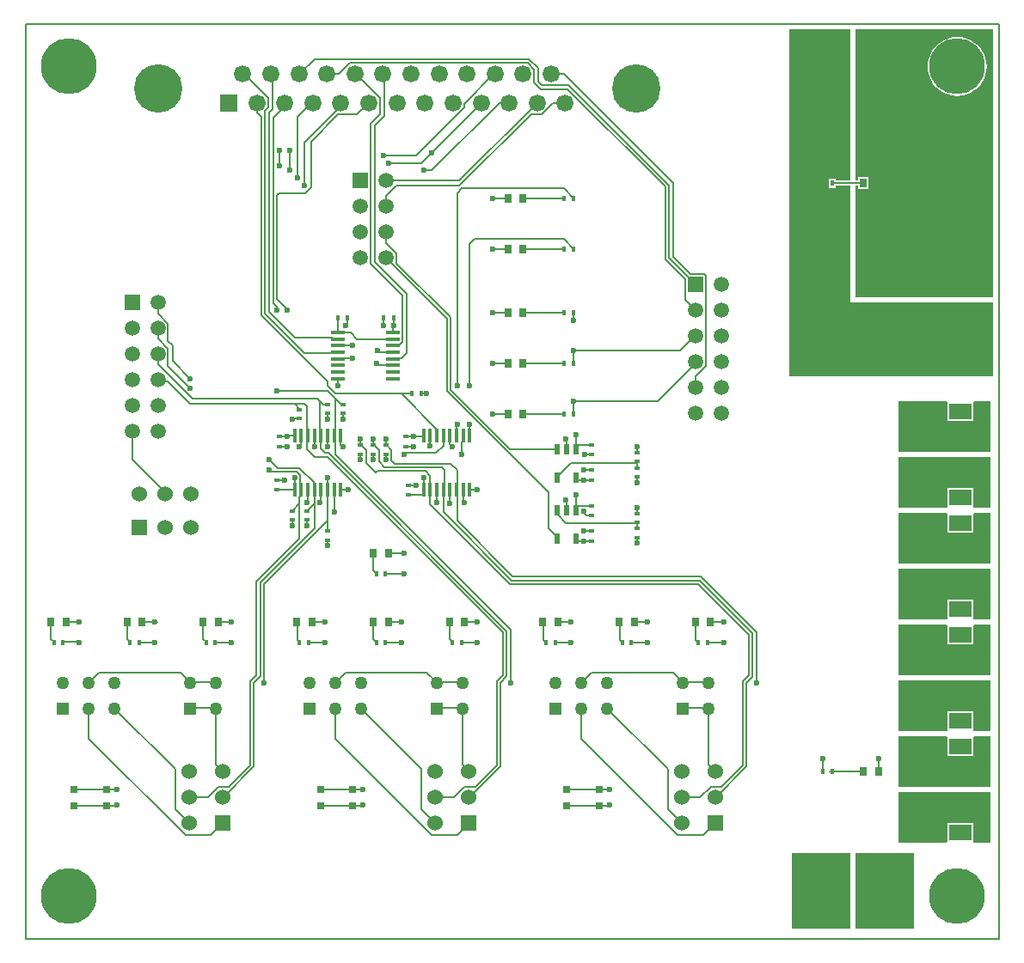
<source format=gtl>
G04*
G04 #@! TF.GenerationSoftware,Altium Limited,Altium Designer,18.1.9 (240)*
G04*
G04 Layer_Physical_Order=1*
G04 Layer_Color=255*
%FSLAX44Y44*%
%MOMM*%
G71*
G01*
G75*
%ADD11C,0.2000*%
%ADD15R,0.4000X0.6000*%
%ADD16R,0.6000X1.1000*%
%ADD17R,0.6000X0.4000*%
%ADD18R,0.6000X0.4500*%
%ADD19R,0.7000X0.7500*%
%ADD20R,0.4500X0.6000*%
%ADD21R,0.7000X0.9000*%
%ADD22R,1.4000X0.3500*%
%ADD23R,0.3500X1.4000*%
%ADD24R,2.2000X1.6000*%
%ADD25R,1.8000X0.7000*%
%ADD45C,1.2700*%
%ADD46R,1.2700X1.2700*%
%ADD47C,5.5000*%
%ADD48R,1.5240X1.5240*%
%ADD49C,1.5240*%
%ADD50C,1.9500*%
%ADD51C,1.5000*%
%ADD52R,1.5000X1.5000*%
%ADD53C,1.6900*%
%ADD54R,1.6900X1.6900*%
%ADD55C,4.7600*%
%ADD56R,1.5240X1.5240*%
%ADD57C,0.6000*%
G36*
X812500Y85000D02*
Y10000D01*
X755000Y10000D01*
Y85000D01*
X812500Y85000D01*
D02*
G37*
G36*
X875000Y85000D02*
Y10000D01*
X817500Y10000D01*
Y85000D01*
X875000Y85000D01*
D02*
G37*
G36*
X950000Y145000D02*
X950000Y94952D01*
X934415D01*
X933466Y95726D01*
X933466Y96222D01*
Y114774D01*
X908418D01*
Y96222D01*
X907469Y94952D01*
X860000Y94952D01*
X860000Y145000D01*
X950000Y145000D01*
D02*
G37*
G36*
X907449Y200000D02*
X908418Y199274D01*
X908418Y198730D01*
Y180226D01*
X933466D01*
Y198730D01*
X934435Y200000D01*
X950000Y200000D01*
X950000Y149952D01*
X860000Y149952D01*
X860000Y200000D01*
X907449Y200000D01*
D02*
G37*
G36*
X950000Y255000D02*
X950000Y204952D01*
X934415D01*
X933466Y205726D01*
X933466Y206222D01*
Y224774D01*
X908418D01*
Y206222D01*
X907469Y204952D01*
X860000Y204952D01*
X860000Y255000D01*
X950000Y255000D01*
D02*
G37*
G36*
X907449Y310000D02*
X908418Y309274D01*
X908418Y308730D01*
Y290226D01*
X933466D01*
Y308730D01*
X934435Y310000D01*
X950000Y310000D01*
X950000Y259952D01*
X860000Y259952D01*
X860000Y310000D01*
X907449Y310000D01*
D02*
G37*
G36*
X950000Y365000D02*
X950000Y314952D01*
X934415D01*
X933466Y315726D01*
X933466Y316222D01*
Y334774D01*
X908418D01*
Y316222D01*
X907469Y314952D01*
X860000Y314952D01*
X860000Y365000D01*
X950000Y365000D01*
D02*
G37*
G36*
X907449Y420000D02*
X908418Y419274D01*
X908418Y418730D01*
Y400226D01*
X933466D01*
Y418730D01*
X934435Y420000D01*
X950000Y420000D01*
X950000Y369952D01*
X860000Y369952D01*
X860000Y420000D01*
X907449Y420000D01*
D02*
G37*
G36*
X950000Y475000D02*
X950000Y424952D01*
X934415D01*
X933466Y425726D01*
X933466Y426222D01*
Y444774D01*
X908418D01*
Y426222D01*
X907469Y424952D01*
X860000Y424952D01*
X860000Y475000D01*
X950000Y475000D01*
D02*
G37*
G36*
X812500Y896602D02*
X812500Y747573D01*
X798024D01*
Y749524D01*
X790976D01*
Y740476D01*
X798024D01*
Y742427D01*
X812500D01*
X812500Y627500D01*
X952500Y627500D01*
X952500Y555000D01*
X752500Y555000D01*
X752500Y896602D01*
X812500D01*
D02*
G37*
G36*
X952500D02*
X952500Y632500D01*
X817500Y632500D01*
Y742427D01*
X819976D01*
Y738976D01*
X830024D01*
Y751024D01*
X819976D01*
Y747573D01*
X817500D01*
X817500Y896602D01*
X952500D01*
D02*
G37*
G36*
X907449Y530000D02*
X908418Y529274D01*
X908418Y528730D01*
Y510226D01*
X933466D01*
Y528730D01*
X934435Y530000D01*
X950000Y530000D01*
X950000Y479952D01*
X860000Y479952D01*
X860000Y530000D01*
X907449Y530000D01*
D02*
G37*
%LPC*%
G36*
X917500Y889114D02*
X912946Y888755D01*
X908503Y887689D01*
X904283Y885940D01*
X900387Y883553D01*
X896914Y880586D01*
X893947Y877113D01*
X891560Y873217D01*
X889811Y868997D01*
X888745Y864554D01*
X888386Y860000D01*
X888745Y855446D01*
X889811Y851003D01*
X891560Y846783D01*
X893947Y842887D01*
X896914Y839414D01*
X900387Y836447D01*
X904283Y834060D01*
X908503Y832311D01*
X912946Y831245D01*
X917500Y830886D01*
X922054Y831245D01*
X926497Y832311D01*
X930717Y834060D01*
X934613Y836447D01*
X938086Y839414D01*
X941053Y842887D01*
X943440Y846783D01*
X945189Y851003D01*
X946255Y855446D01*
X946614Y860000D01*
X946255Y864554D01*
X945189Y868997D01*
X943440Y873217D01*
X941053Y877113D01*
X938086Y880586D01*
X934613Y883553D01*
X930717Y885940D01*
X926497Y887689D01*
X922054Y888755D01*
X917500Y889114D01*
D02*
G37*
%LPD*%
D11*
X530000Y740000D02*
X540000Y730000D01*
X430000Y740000D02*
X530000D01*
X530000Y690000D02*
X540000Y680000D01*
X442500Y690000D02*
X530000D01*
X540000Y517500D02*
Y530000D01*
Y567500D02*
Y580000D01*
X490000Y567500D02*
X530000D01*
X540000Y530000D02*
X622500D01*
X540000Y580000D02*
X645000D01*
X660000Y595000D01*
X672500Y292500D02*
X687500D01*
X687500Y312500D02*
X687500Y312500D01*
X674600Y312500D02*
X687500D01*
X599600Y312500D02*
X612500D01*
X532500Y130000D02*
X533500Y131000D01*
X247500Y452000D02*
X257000D01*
X357500Y312300D02*
X357700Y312500D01*
X282000Y312300D02*
X282200Y312500D01*
X290000Y130000D02*
X291000Y131000D01*
X190000Y312700D02*
X190200Y312500D01*
X115000Y312700D02*
X115200Y312500D01*
X40000Y312700D02*
X40200Y312500D01*
X47500Y130000D02*
X48500Y131000D01*
X599600Y312500D02*
X599600Y312500D01*
X597500Y292500D02*
X612500D01*
X524600Y312500D02*
X537500D01*
X522500Y292500D02*
X537500D01*
X430000D02*
X445000D01*
X445000Y312500D02*
X445000Y312500D01*
X432500Y312500D02*
X445000D01*
X355000Y292500D02*
X370000D01*
Y312500D02*
X372100D01*
X357700D02*
X370000D01*
X280000Y292500D02*
X295000D01*
Y312500D02*
X297100D01*
X282200D02*
X295000D01*
X202500D02*
X204600D01*
X190200D02*
X202500D01*
X187500Y292500D02*
X202500D01*
X127500Y312500D02*
X129600D01*
X115200D02*
X127500D01*
X112500Y292500D02*
X127500D01*
X52500Y312500D02*
X54600D01*
X40200D02*
X52500D01*
X539500Y610500D02*
X540000Y610000D01*
X539500Y610500D02*
Y617500D01*
X545000Y252500D02*
X545400Y252900D01*
X547500Y227100D02*
Y227500D01*
X572500D02*
X572900Y227100D01*
X647500Y225200D02*
X647700Y225000D01*
X645766Y228466D02*
X646600D01*
X645000Y227700D02*
X645766Y228466D01*
X647500Y227500D02*
X672700D01*
X637700Y262500D02*
X647300Y252900D01*
X557500Y262500D02*
X637700D01*
X647900Y252900D02*
X672700D01*
X547500Y252500D02*
X557500Y262500D01*
X647500Y252500D02*
X647900Y252900D01*
X706476Y253960D02*
X712500Y259984D01*
X706476Y171476D02*
Y253960D01*
X685344Y150344D02*
X706476Y171476D01*
X674808Y150344D02*
X685344D01*
X664464Y140000D02*
X674808Y150344D01*
X645000Y140000D02*
X664464D01*
X632500Y128290D02*
X645990Y114800D01*
X632500Y128290D02*
Y167500D01*
X572900Y227100D02*
X632500Y167500D01*
X672700Y172300D02*
Y227500D01*
Y172300D02*
X680000Y165000D01*
X710000Y252500D02*
X716476Y258976D01*
X680000Y140000D02*
X710000Y170000D01*
Y252500D01*
X547500Y197500D02*
Y227100D01*
X667500Y102500D02*
X680000Y115000D01*
X642500Y102500D02*
X667500D01*
X547500Y197500D02*
X642500Y102500D01*
X532500Y147500D02*
X533000D01*
X565000D01*
X575000D01*
X573500Y131000D02*
X575000Y132500D01*
X565000Y131000D02*
X573500D01*
X533500D02*
X565000D01*
X302500Y252500D02*
X302900Y252900D01*
X305000Y227100D02*
Y227500D01*
X330000D02*
X330400Y227100D01*
X405000Y225200D02*
X405200Y225000D01*
X403266Y228466D02*
X404100D01*
X402500Y227700D02*
X403266Y228466D01*
X405000Y227500D02*
X430200D01*
X395200Y262500D02*
X404800Y252900D01*
X315000Y262500D02*
X395200D01*
X405400Y252900D02*
X430200D01*
X305000Y252500D02*
X315000Y262500D01*
X405000Y252500D02*
X405400Y252900D01*
X463976Y253960D02*
X470000Y259984D01*
X463976Y171476D02*
Y253960D01*
X442844Y150344D02*
X463976Y171476D01*
X432308Y150344D02*
X442844D01*
X421964Y140000D02*
X432308Y150344D01*
X402500Y140000D02*
X421964D01*
X390000Y128290D02*
X403490Y114800D01*
X390000Y128290D02*
Y167500D01*
X330400Y227100D02*
X390000Y167500D01*
X430200Y172300D02*
Y227500D01*
Y172300D02*
X437500Y165000D01*
X467500Y252500D02*
X473976Y258976D01*
X437500Y140000D02*
X467500Y170000D01*
Y252500D01*
X305000Y197500D02*
Y227100D01*
X425000Y102500D02*
X437500Y115000D01*
X400000Y102500D02*
X425000D01*
X305000Y197500D02*
X400000Y102500D01*
X290000Y147500D02*
X290500D01*
X322500D01*
X332500D01*
X331000Y131000D02*
X332500Y132500D01*
X322500Y131000D02*
X331000D01*
X291000D02*
X322500D01*
X361500Y598000D02*
Y605000D01*
X362500D02*
Y612500D01*
X330000Y487500D02*
X335524Y481976D01*
X250000Y762500D02*
Y777500D01*
X244206Y626478D02*
Y809206D01*
X240142Y618105D02*
Y814778D01*
X236078Y616422D02*
Y816462D01*
X232554Y614962D02*
Y809946D01*
X244206Y626478D02*
X247500Y623184D01*
X240142Y618105D02*
X265747Y592500D01*
X236078Y616422D02*
X274858Y577642D01*
X232554Y614962D02*
X297500Y550016D01*
X370000Y537500D02*
X380000D01*
X285000Y867500D02*
X495613D01*
X270000Y852500D02*
X285000Y867500D01*
X62500Y252500D02*
X72500Y262500D01*
X162500Y252500D02*
X162900Y252900D01*
X72500Y262500D02*
X152700D01*
X162300Y252900D01*
X182500Y102500D02*
X195000Y115000D01*
X157500Y102500D02*
X182500D01*
X437500Y545000D02*
Y685000D01*
X424500Y507000D02*
X425000Y507500D01*
X424500Y496500D02*
Y507000D01*
X425000Y735000D02*
X430000Y740000D01*
X425000Y545000D02*
Y735000D01*
X421024Y538976D02*
X477000Y483000D01*
X421024Y538976D02*
Y538976D01*
X418524Y541476D02*
X421024Y538976D01*
X415000Y540000D02*
X515000Y440000D01*
X418524Y541476D02*
Y613160D01*
X415000Y540000D02*
Y611700D01*
X365694Y665990D02*
X418524Y613160D01*
X355400Y671300D02*
X415000Y611700D01*
X477000Y483000D02*
X523500D01*
X437500Y685000D02*
X442500Y690000D01*
X437500Y496500D02*
Y507500D01*
X430000Y477500D02*
Y490000D01*
X417500Y487500D02*
Y492500D01*
Y487500D02*
X420000Y485000D01*
X544500Y427000D02*
X557500D01*
X542500Y487500D02*
Y497500D01*
X411500Y486500D02*
Y496500D01*
X404476Y479476D02*
X411500Y486500D01*
X542500Y425000D02*
Y437500D01*
X602500Y405000D02*
Y410000D01*
X532500D02*
X602500D01*
X523500Y419000D02*
X532500Y410000D01*
X523500Y419000D02*
Y422500D01*
X550000Y420000D02*
X552500Y417500D01*
X557500D01*
X550500Y478000D02*
X557500D01*
X536976Y469476D02*
X601476D01*
X602500Y470500D01*
X542500Y487500D02*
X543000Y487000D01*
X557500D01*
X542500Y425000D02*
X544500Y427000D01*
X550000Y402500D02*
X550000Y402500D01*
X525000Y457500D02*
X536976Y469476D01*
X602500Y465000D02*
Y470500D01*
Y390000D02*
Y395500D01*
Y419500D02*
Y425000D01*
Y450000D02*
Y455500D01*
Y479500D02*
Y485000D01*
X532500Y432500D02*
X533000Y432000D01*
Y422500D02*
Y432000D01*
X532500Y492500D02*
X533000Y492000D01*
Y483000D02*
Y492000D01*
X550000Y462500D02*
X557500D01*
X550000Y402500D02*
X557500D01*
X542500Y392500D02*
X550000D01*
X550000Y392500D01*
X557500D01*
X542500Y452500D02*
X550000D01*
X557500D01*
X515000Y405000D02*
X522500Y397500D01*
X515000Y405000D02*
Y440000D01*
X460000Y517500D02*
X460000Y517500D01*
X425000Y412484D02*
Y437500D01*
X355000Y487500D02*
X360524Y481976D01*
X425000Y412484D02*
X479984Y357500D01*
X664984D01*
X719984Y302500D01*
X399595Y775000D02*
X448695Y824100D01*
X342500Y487500D02*
X348024Y481976D01*
X663976Y353524D02*
X716024Y301476D01*
X478976Y353524D02*
X663976D01*
X411500Y421000D02*
X478976Y353524D01*
X477188Y350000D02*
X662500D01*
X398500Y428688D02*
X477188Y350000D01*
X398500Y428688D02*
Y442500D01*
X411500Y421000D02*
Y442500D01*
X418000Y429500D02*
Y442500D01*
X405000Y430000D02*
X405000Y430000D01*
X662500Y350000D02*
X712500Y300000D01*
X297500Y387500D02*
Y393000D01*
Y545000D02*
Y550016D01*
Y545000D02*
X305000Y537500D01*
X370000D01*
X330000Y487500D02*
Y492500D01*
Y487000D02*
Y487500D01*
X418976Y468524D02*
X425000Y462500D01*
X363976Y468524D02*
X418976D01*
X360524Y471976D02*
X363976Y468524D01*
X346476Y461476D02*
X393834D01*
X398500Y456810D01*
Y442500D02*
Y456810D01*
X392000Y454500D02*
X392499Y454999D01*
X392000Y442500D02*
Y454500D01*
X353524Y465000D02*
X410000D01*
X412500Y462500D01*
X384500Y447000D02*
X385000Y447500D01*
X377500Y447000D02*
X384500D01*
X377500Y438000D02*
X392000D01*
X392500Y437500D01*
X345000Y460000D02*
X346476Y461476D01*
X348024Y470500D02*
X353524Y465000D01*
X348024Y470500D02*
Y481976D01*
X360524Y471976D02*
Y481976D01*
X373225Y478225D02*
X373951Y477499D01*
X373225Y478225D02*
X374476Y479476D01*
X372500Y477500D02*
X373225Y478225D01*
X374476Y479476D02*
X404476D01*
X398500Y486000D02*
Y496500D01*
X412500Y447500D02*
Y462500D01*
X425000Y447500D02*
Y462500D01*
X389500Y537500D02*
X395000D01*
X370000D02*
X405000Y502500D01*
X365694Y665990D02*
Y675564D01*
X335524Y469476D02*
X345000Y460000D01*
X335524Y469476D02*
Y481976D01*
X342500Y472500D02*
Y477500D01*
X719984Y302500D02*
X720000D01*
Y252500D02*
Y302500D01*
X712500Y260000D02*
Y300000D01*
X355000Y487500D02*
Y492500D01*
Y472500D02*
Y478000D01*
X342500Y487500D02*
Y492500D01*
X330000Y472500D02*
Y477500D01*
X399595Y775000D02*
X400000D01*
X399595D02*
X399595D01*
X392500Y757500D02*
X400000D01*
X357500Y765000D02*
X389595D01*
X399595Y775000D01*
X405000Y430000D02*
Y442500D01*
X431000Y431500D02*
X432500Y430000D01*
X431000Y431500D02*
Y442500D01*
X432000Y430000D02*
X432500D01*
X265000Y527500D02*
X275000D01*
X162500D02*
X265000D01*
X270000Y522500D01*
X262500Y512500D02*
X263000Y513000D01*
X270000D01*
X164688Y532500D02*
X287500D01*
X130440Y566748D02*
X164688Y532500D01*
X267500Y810000D02*
X282500Y825000D01*
X277500Y502500D02*
Y525000D01*
X275000Y527500D02*
X277500Y525000D01*
X290000Y530000D02*
X293000Y527000D01*
X297500D01*
X290000Y502500D02*
Y530000D01*
X287500Y532500D02*
X290000Y530000D01*
X310000Y527500D02*
X312500D01*
X305000Y532500D02*
X310000Y527500D01*
X312500Y512500D02*
Y518000D01*
X297500Y512500D02*
Y518000D01*
X305000Y502500D02*
Y532500D01*
X297500Y540000D02*
X305000Y532500D01*
X247500Y540000D02*
X297500D01*
Y402500D02*
Y412500D01*
X262500Y407500D02*
Y413000D01*
X270000Y429500D02*
Y435000D01*
Y395000D02*
Y429500D01*
X262500Y422000D02*
X270000Y429500D01*
Y435000D02*
X272500Y437500D01*
X277500Y430000D02*
X278000Y430500D01*
X227500Y352500D02*
X270000Y395000D01*
X239475Y460524D02*
X267288D01*
X160000Y140000D02*
X179464D01*
X284476Y436976D02*
Y442476D01*
Y428976D02*
Y436976D01*
Y404476D02*
Y428976D01*
Y436976D02*
X285000Y437500D01*
X231476Y351476D02*
X284476Y404476D01*
X231476Y258976D02*
Y351476D01*
X225000Y252500D02*
X231476Y258976D01*
X297500Y412500D02*
Y437500D01*
X235000Y350000D02*
X297500Y412500D01*
X277500Y407500D02*
Y413000D01*
Y422000D02*
X284476Y428976D01*
X80000Y147500D02*
X90000D01*
X88500Y131000D02*
X90000Y132500D01*
X80000Y131000D02*
X88500D01*
X62500Y227100D02*
Y227500D01*
Y197500D02*
Y227100D01*
Y197500D02*
X157500Y102500D01*
X147500Y128290D02*
Y167500D01*
Y128290D02*
X160990Y114800D01*
X87900Y227100D02*
X147500Y167500D01*
X87500Y227500D02*
X87900Y227100D01*
X622500Y530000D02*
X660000Y567500D01*
X145000Y570000D02*
X162500Y552500D01*
X145000Y570000D02*
Y585000D01*
X140464Y564536D02*
X162500Y542500D01*
X140464Y564536D02*
Y582036D01*
X130440Y566748D02*
Y577100D01*
X382500Y495000D02*
X392500D01*
X375000D02*
X382500D01*
X382500Y485000D02*
X382500Y485000D01*
X375000Y485000D02*
X382500D01*
X307500Y545000D02*
Y552500D01*
X315000Y605000D02*
X317000Y607000D01*
Y612500D01*
X307500Y597500D02*
X308000Y598000D01*
Y612500D01*
X291000Y483688D02*
X295212Y479476D01*
X291000Y483688D02*
Y496500D01*
X297500Y447500D02*
Y455000D01*
X140464Y589536D02*
X145000Y585000D01*
X140464Y589536D02*
Y606652D01*
X130440Y616676D02*
X140464Y606652D01*
X130440Y616676D02*
Y622900D01*
X140000Y550000D02*
X162500Y527500D01*
X130000Y550000D02*
X140000D01*
X130440Y592060D02*
X140464Y582036D01*
X130440Y592060D02*
Y597500D01*
X105000Y472500D02*
Y500000D01*
Y472500D02*
X137500Y440000D01*
X265747Y592500D02*
X302500D01*
X460000Y617500D02*
X475000D01*
X460000Y680000D02*
X475000D01*
X460000Y730000D02*
X475000D01*
X460000Y567500D02*
X475000D01*
X352500Y605000D02*
Y612500D01*
X490000Y617500D02*
X530000D01*
X490000Y617500D02*
X490000Y617500D01*
X312500Y597500D02*
X320000D01*
X326000Y591500D01*
X361500D01*
X530000Y852500D02*
X637500Y745000D01*
Y672500D02*
Y745000D01*
X633524Y671476D02*
X660000Y645000D01*
X633524Y671476D02*
Y743002D01*
X535000Y841526D02*
X633524Y743002D01*
X534042Y837500D02*
X630000Y741542D01*
Y670000D02*
Y741542D01*
X507500Y837500D02*
X534042D01*
X637500Y672500D02*
X654976Y655024D01*
X668546D01*
X670024Y653546D01*
Y636455D02*
Y653546D01*
X670000Y636431D02*
X670024Y636455D01*
X670000Y623800D02*
Y636431D01*
Y623800D02*
X670024Y623776D01*
Y590048D02*
Y623776D01*
X670000Y590024D02*
X670024Y590048D01*
X670000Y574012D02*
Y590024D01*
Y574012D02*
X670024Y573988D01*
Y564648D02*
Y573988D01*
X660000Y554624D02*
X670024Y564648D01*
X660000Y543400D02*
Y554624D01*
X517720Y852500D02*
X530000D01*
X367500Y572500D02*
X370000D01*
X375358Y577858D01*
Y635977D01*
X367500Y585000D02*
X371024Y588524D01*
Y634564D01*
X340294Y665294D02*
X371024Y634564D01*
X445000Y442500D02*
X445000Y442500D01*
X437500Y442500D02*
X445000D01*
X310500Y442500D02*
X317500D01*
X431000Y429000D02*
X432000Y430000D01*
X227815Y814685D02*
X232554Y809946D01*
X227815Y814685D02*
Y824100D01*
X239059Y819443D02*
Y828757D01*
X243123Y817759D02*
Y850997D01*
X236078Y816462D02*
X239059Y819443D01*
X215316Y852500D02*
X239059Y828757D01*
X240142Y814778D02*
X243123Y817759D01*
X241620Y852500D02*
X243123Y850997D01*
X716024Y258524D02*
Y301476D01*
X304000Y421000D02*
Y442500D01*
X290000Y430000D02*
X291000Y431000D01*
Y442500D01*
X284476Y442476D02*
X284500Y442500D01*
X257500Y619999D02*
Y620997D01*
X248000Y630496D02*
X257500Y620997D01*
X345500Y565500D02*
X361500D01*
X347000Y580000D02*
X348500Y578500D01*
X271500Y484000D02*
Y496500D01*
X247500Y442500D02*
X265000D01*
X255000Y452499D02*
X256501D01*
X257000Y452000D01*
X352500Y772500D02*
X385000D01*
X432059Y823365D02*
X461194Y852500D01*
X385000Y772500D02*
X388806Y776306D01*
X388811D01*
X432059Y819554D01*
Y823365D01*
X649976Y630024D02*
X660000Y620000D01*
X649976Y630024D02*
Y650024D01*
X630000Y670000D02*
X649976Y650024D01*
X260000Y757500D02*
X260001D01*
X260000D02*
Y777500D01*
X267500Y750000D02*
Y810000D01*
X275000Y742500D02*
Y785000D01*
X281433Y741121D02*
Y786067D01*
X275312Y735000D02*
X281433Y741121D01*
X250000Y735000D02*
X275312D01*
X495613Y867500D02*
X504608Y858505D01*
X501084Y843916D02*
Y857046D01*
X504608Y845392D02*
Y858505D01*
Y845392D02*
X508474Y841526D01*
X535000D01*
X501084Y843916D02*
X507500Y837500D01*
X494656Y863474D02*
X501084Y857046D01*
X319904Y863474D02*
X494656D01*
X461194Y852500D02*
X462500D01*
X308930D02*
X319904Y863474D01*
X296840Y852500D02*
X308930D01*
X519435Y824100D02*
X531525D01*
X355000Y722500D02*
Y732500D01*
X365000Y742500D01*
X427500D01*
X498126Y813126D01*
X508461D01*
X519435Y824100D01*
X48500Y131000D02*
X80000D01*
X48000Y147500D02*
X80000D01*
X47500D02*
X48000D01*
X470452Y260452D02*
Y302048D01*
X467500Y305000D02*
X470452Y302048D01*
X467500Y305000D02*
Y305033D01*
X298040Y479476D02*
X473976Y303540D01*
Y258976D02*
Y303540D01*
X477500Y252500D02*
Y305000D01*
X305000Y477500D02*
X477500Y305000D01*
X660000Y295100D02*
Y312500D01*
Y295100D02*
X662600Y292500D01*
X585000Y295100D02*
Y312500D01*
Y295100D02*
X587600Y292500D01*
X524600Y312500D02*
X524600Y312500D01*
X510000Y295100D02*
Y312500D01*
Y295100D02*
X512600Y292500D01*
X342500Y363000D02*
Y380000D01*
Y363000D02*
X345500Y360000D01*
X355000D02*
X372500D01*
X372500Y380000D02*
X372500Y380000D01*
X357500Y380000D02*
X372500D01*
X417500Y295500D02*
Y312500D01*
Y295500D02*
X420500Y292500D01*
X342500Y295300D02*
Y312500D01*
Y295300D02*
X345500Y292300D01*
X267500Y294800D02*
Y312500D01*
Y294800D02*
X270000Y292300D01*
X37500Y292700D02*
X52500D01*
X187700Y172300D02*
X195000Y165000D01*
X187700Y172300D02*
Y227500D01*
X162500D02*
X187700D01*
X179464Y140000D02*
X189808Y150344D01*
X200344D01*
X221476Y171476D01*
Y253960D01*
X227500Y259984D01*
Y352500D01*
X195000Y140000D02*
X225000Y170000D01*
Y252500D01*
X235000D02*
Y350000D01*
X60000Y252500D02*
X60400Y252900D01*
X162900D02*
X187700D01*
X240000Y461049D02*
Y462500D01*
X239475Y460524D02*
X240000Y461049D01*
X270000Y485000D02*
X270500D01*
X271500Y484000D01*
X277500Y482500D02*
X285000Y475000D01*
X277500Y482500D02*
Y492500D01*
X285000Y475000D02*
X297533D01*
X284500Y485500D02*
Y496500D01*
Y485500D02*
X285000Y485000D01*
X297533Y475000D02*
X467500Y305033D01*
X297500Y485000D02*
X297500Y485000D01*
X305000Y477500D02*
Y492500D01*
X295212Y479476D02*
X298040D01*
X400000Y757500D02*
X466600Y824100D01*
X310500Y487000D02*
X312500Y485000D01*
X310500Y487000D02*
Y496500D01*
X297500Y485000D02*
Y496500D01*
X257500Y485000D02*
X257500Y485000D01*
X250000Y485000D02*
X257500D01*
X259000Y496500D02*
X265000D01*
X257500Y495000D02*
X259000Y496500D01*
X252500Y495000D02*
X257500D01*
X248451Y464048D02*
X269917D01*
X284500Y449465D01*
Y442500D02*
Y449465D01*
X240000Y472499D02*
X248451Y464048D01*
X267288Y460524D02*
X270524Y457288D01*
Y443476D02*
Y457288D01*
X247500Y620000D02*
Y623184D01*
X248000Y630496D02*
Y733000D01*
X250000Y735000D01*
X281433Y786067D02*
X307866Y812500D01*
X326655D01*
X338255Y824100D01*
X275000Y785000D02*
X310645Y820645D01*
X244206Y809206D02*
X255425Y820425D01*
X785000Y165500D02*
Y177500D01*
X840000Y165000D02*
Y177500D01*
X162500Y225200D02*
X162700Y225000D01*
X490000Y680000D02*
X530000D01*
X355400Y685858D02*
X365694Y675564D01*
X355400Y685858D02*
Y696700D01*
X785000Y165500D02*
X785500Y165000D01*
X840000Y165000D02*
Y165000D01*
X840000Y165000D02*
X840000Y165000D01*
X265000Y442500D02*
Y455000D01*
X278000Y430500D02*
Y442500D01*
X175000Y295700D02*
Y312700D01*
Y295700D02*
X178000Y292700D01*
X100000Y295700D02*
Y312700D01*
Y295700D02*
X103000Y292700D01*
X25000Y295700D02*
Y312700D01*
Y295700D02*
X28000Y292700D01*
X340294Y665294D02*
Y803651D01*
X344358Y666977D02*
Y801968D01*
X357500Y747500D02*
X427315D01*
X466600Y824100D02*
X476305D01*
X310645Y820645D02*
Y824100D01*
X274858Y577642D02*
X302358D01*
X255425Y820425D02*
Y824100D01*
X349499Y812856D02*
Y828757D01*
X353563Y811173D02*
Y850997D01*
X325756Y852500D02*
X349499Y828757D01*
X324450Y852500D02*
X325756D01*
X340294Y803651D02*
X349499Y812856D01*
X344358Y801968D02*
X353563Y811173D01*
X344358Y666977D02*
X375358Y635977D01*
X427315Y747500D02*
X503915Y824100D01*
X460000Y680000D02*
X460000Y680000D01*
Y517500D02*
X475000D01*
X460000Y567500D02*
X460000Y567500D01*
X460000Y617500D02*
X460000Y617500D01*
X460000Y730000D02*
X460000Y730000D01*
X490000Y517500D02*
X530000D01*
X490000Y730000D02*
X530000D01*
X345500Y565500D02*
Y567000D01*
X348500Y578500D02*
X361500D01*
X352060Y852500D02*
X353563Y850997D01*
X310000Y572500D02*
X322500D01*
X307500Y585000D02*
X322500D01*
X302358Y577642D02*
X302500Y577500D01*
X214010Y852500D02*
X215316D01*
X160766Y228466D02*
X161600D01*
X160000Y227700D02*
X160766Y228466D01*
X795000Y745000D02*
X825000D01*
X792000Y165000D02*
X825000D01*
X0Y0D02*
Y901700D01*
X958850Y901700D01*
Y0D02*
Y901700D01*
X0Y0D02*
X958850D01*
D15*
X389500Y537500D02*
D03*
X380500D02*
D03*
X794500Y165000D02*
D03*
X785500D02*
D03*
X530500Y680000D02*
D03*
X539500D02*
D03*
X345500Y292500D02*
D03*
X354500D02*
D03*
X270000D02*
D03*
X279000D02*
D03*
X512600D02*
D03*
X521600D02*
D03*
X103000D02*
D03*
X112000D02*
D03*
X28000D02*
D03*
X37000D02*
D03*
X587600D02*
D03*
X596600D02*
D03*
X420500D02*
D03*
X429500D02*
D03*
X178000D02*
D03*
X187000D02*
D03*
X662600D02*
D03*
X671600D02*
D03*
X345500Y360000D02*
D03*
X354500D02*
D03*
X530500Y730000D02*
D03*
X539500D02*
D03*
X530500Y567500D02*
D03*
X539500D02*
D03*
X794500Y745000D02*
D03*
X785500D02*
D03*
X308000Y612500D02*
D03*
X317000D02*
D03*
X539500Y517500D02*
D03*
X530500D02*
D03*
X539500Y617500D02*
D03*
X530500D02*
D03*
D16*
X542500Y483000D02*
D03*
X533000D02*
D03*
X523500D02*
D03*
Y455000D02*
D03*
X542500D02*
D03*
Y422500D02*
D03*
X533000D02*
D03*
X523500D02*
D03*
Y394500D02*
D03*
X542500D02*
D03*
D17*
X557500Y417500D02*
D03*
Y426500D02*
D03*
X602500Y479500D02*
D03*
Y470500D02*
D03*
X557500Y478000D02*
D03*
Y487000D02*
D03*
X602500Y464500D02*
D03*
Y455500D02*
D03*
Y419500D02*
D03*
Y410500D02*
D03*
Y404500D02*
D03*
Y395500D02*
D03*
X355000Y487000D02*
D03*
Y478000D02*
D03*
X342500Y487000D02*
D03*
Y478000D02*
D03*
X330000D02*
D03*
Y487000D02*
D03*
X270000Y513000D02*
D03*
Y522000D02*
D03*
X297500Y527000D02*
D03*
Y518000D02*
D03*
X312500Y527000D02*
D03*
Y518000D02*
D03*
X277500Y422000D02*
D03*
Y413000D02*
D03*
X297500Y402000D02*
D03*
Y393000D02*
D03*
X262500Y413000D02*
D03*
Y422000D02*
D03*
X377500Y447000D02*
D03*
Y438000D02*
D03*
X247500Y452000D02*
D03*
Y443000D02*
D03*
D18*
X557500Y462500D02*
D03*
Y452500D02*
D03*
Y402500D02*
D03*
Y392500D02*
D03*
X250000Y495000D02*
D03*
Y485000D02*
D03*
X375000Y495000D02*
D03*
Y485000D02*
D03*
D19*
X533000Y131000D02*
D03*
X565000D02*
D03*
Y147500D02*
D03*
X533000D02*
D03*
X290500Y131000D02*
D03*
X322500D02*
D03*
Y147500D02*
D03*
X290500D02*
D03*
X48000Y131000D02*
D03*
X80000D02*
D03*
Y147500D02*
D03*
X48000D02*
D03*
D20*
X362500Y612500D02*
D03*
X352500D02*
D03*
D21*
X840000Y165000D02*
D03*
X825000D02*
D03*
X490000Y680000D02*
D03*
X475000D02*
D03*
X342500Y312500D02*
D03*
X357500D02*
D03*
X267000Y312500D02*
D03*
X282000Y312500D02*
D03*
X509600D02*
D03*
X524600D02*
D03*
X100000D02*
D03*
X115000D02*
D03*
X25000D02*
D03*
X40000D02*
D03*
X584600D02*
D03*
X599600D02*
D03*
X417500D02*
D03*
X432500D02*
D03*
X175000D02*
D03*
X190000D02*
D03*
X659600Y312500D02*
D03*
X674600Y312500D02*
D03*
X342500Y380000D02*
D03*
X357500D02*
D03*
X490000Y730000D02*
D03*
X475000D02*
D03*
X490000Y567500D02*
D03*
X475000D02*
D03*
X825000Y745000D02*
D03*
X840000D02*
D03*
X475000Y517500D02*
D03*
X490000D02*
D03*
X475000Y617500D02*
D03*
X490000D02*
D03*
D22*
X361500Y552500D02*
D03*
Y559000D02*
D03*
Y565500D02*
D03*
Y572000D02*
D03*
Y578500D02*
D03*
Y585000D02*
D03*
Y591500D02*
D03*
Y598000D02*
D03*
X307500Y552500D02*
D03*
Y559000D02*
D03*
Y565500D02*
D03*
Y572000D02*
D03*
Y578500D02*
D03*
Y585000D02*
D03*
Y591500D02*
D03*
Y598000D02*
D03*
D23*
X392000Y442500D02*
D03*
X398500D02*
D03*
X405000D02*
D03*
X411500D02*
D03*
X418000D02*
D03*
X424500D02*
D03*
X431000D02*
D03*
X437500D02*
D03*
X392000Y496500D02*
D03*
X398500D02*
D03*
X405000D02*
D03*
X411500D02*
D03*
X418000D02*
D03*
X424500D02*
D03*
X431000D02*
D03*
X437500D02*
D03*
X265000Y442500D02*
D03*
X271500D02*
D03*
X278000D02*
D03*
X284500D02*
D03*
X291000D02*
D03*
X297500D02*
D03*
X304000D02*
D03*
X310500D02*
D03*
X265000Y496500D02*
D03*
X271500D02*
D03*
X278000D02*
D03*
X284500D02*
D03*
X291000D02*
D03*
X297500D02*
D03*
X304000D02*
D03*
X310500D02*
D03*
D24*
X920942Y189750D02*
D03*
Y105250D02*
D03*
Y299750D02*
D03*
Y215250D02*
D03*
Y435250D02*
D03*
Y519750D02*
D03*
Y325250D02*
D03*
Y409750D02*
D03*
D25*
X887942Y141250D02*
D03*
Y128750D02*
D03*
Y153750D02*
D03*
Y166250D02*
D03*
Y251250D02*
D03*
Y238750D02*
D03*
Y263750D02*
D03*
Y276250D02*
D03*
Y496250D02*
D03*
Y483750D02*
D03*
Y458750D02*
D03*
Y471250D02*
D03*
Y386250D02*
D03*
Y373750D02*
D03*
Y348750D02*
D03*
Y361250D02*
D03*
D45*
X162300Y252500D02*
D03*
X187700D02*
D03*
Y227100D02*
D03*
X672700Y227100D02*
D03*
Y252500D02*
D03*
X647300D02*
D03*
X404800Y252500D02*
D03*
X430200D02*
D03*
Y227100D02*
D03*
X572900Y227100D02*
D03*
Y252500D02*
D03*
X547500Y227100D02*
D03*
Y252500D02*
D03*
X522100D02*
D03*
X87900Y227100D02*
D03*
Y252500D02*
D03*
X62500Y227100D02*
D03*
Y252500D02*
D03*
X37100D02*
D03*
X330400Y227100D02*
D03*
Y252500D02*
D03*
X305000Y227100D02*
D03*
Y252500D02*
D03*
X279600D02*
D03*
D46*
X162300Y227100D02*
D03*
X647300Y227100D02*
D03*
X404800Y227100D02*
D03*
X522100Y227100D02*
D03*
X37100Y227100D02*
D03*
X279600D02*
D03*
D47*
X42500Y860000D02*
D03*
X917500D02*
D03*
Y42500D02*
D03*
X42500D02*
D03*
D48*
X679010Y114800D02*
D03*
X436510Y114800D02*
D03*
X194010D02*
D03*
D49*
X679010Y140200D02*
D03*
Y165600D02*
D03*
X645990Y114800D02*
D03*
Y140200D02*
D03*
Y165600D02*
D03*
X403490Y165600D02*
D03*
Y140200D02*
D03*
Y114800D02*
D03*
X436510Y165600D02*
D03*
Y140200D02*
D03*
X194010D02*
D03*
Y165600D02*
D03*
X160990Y114800D02*
D03*
Y140200D02*
D03*
Y165600D02*
D03*
X137500Y405990D02*
D03*
X162900D02*
D03*
X112100Y439010D02*
D03*
X137500D02*
D03*
X162900D02*
D03*
D50*
X915000Y655000D02*
D03*
Y605000D02*
D03*
X790000Y860000D02*
D03*
X840000D02*
D03*
Y42500D02*
D03*
X790000D02*
D03*
D51*
X130440Y500900D02*
D03*
X105040D02*
D03*
X130440Y526300D02*
D03*
X105040D02*
D03*
X130440Y551700D02*
D03*
X105040D02*
D03*
X130440Y577100D02*
D03*
X105040D02*
D03*
X130440Y602500D02*
D03*
X105040D02*
D03*
X130440Y627900D02*
D03*
X685400Y518000D02*
D03*
X660000D02*
D03*
X685400Y543400D02*
D03*
X660000D02*
D03*
X685400Y568800D02*
D03*
X660000D02*
D03*
X685400Y594200D02*
D03*
X660000D02*
D03*
X685400Y619600D02*
D03*
X660000D02*
D03*
X685400Y645000D02*
D03*
X355400Y671300D02*
D03*
X330000D02*
D03*
X355400Y696700D02*
D03*
X330000D02*
D03*
X355400Y722100D02*
D03*
X330000D02*
D03*
X355400Y747500D02*
D03*
D52*
X105040Y627900D02*
D03*
X660000Y645000D02*
D03*
X330000Y747500D02*
D03*
D53*
X531525Y824100D02*
D03*
X517720Y852500D02*
D03*
X503915Y824100D02*
D03*
X490110Y852500D02*
D03*
X476305Y824100D02*
D03*
X462500Y852500D02*
D03*
X448695Y824100D02*
D03*
X434890Y852500D02*
D03*
X421085Y824100D02*
D03*
X407280Y852500D02*
D03*
X393475Y824100D02*
D03*
X379670Y852500D02*
D03*
X365865Y824100D02*
D03*
X352060Y852500D02*
D03*
X338255Y824100D02*
D03*
X324450Y852500D02*
D03*
X310645Y824100D02*
D03*
X296840Y852500D02*
D03*
X283035Y824100D02*
D03*
X269230Y852500D02*
D03*
X255425Y824100D02*
D03*
X241620Y852500D02*
D03*
X227815Y824100D02*
D03*
X214010Y852500D02*
D03*
D54*
X200205Y824100D02*
D03*
D55*
X130605Y838300D02*
D03*
X601125D02*
D03*
D56*
X112100Y405990D02*
D03*
D57*
X540000Y530000D02*
D03*
Y580000D02*
D03*
X687500Y292500D02*
D03*
Y312500D02*
D03*
X612500Y292500D02*
D03*
Y312500D02*
D03*
X537500D02*
D03*
Y292500D02*
D03*
X445000D02*
D03*
Y312500D02*
D03*
X370000Y292500D02*
D03*
Y312500D02*
D03*
X295000Y292500D02*
D03*
Y312500D02*
D03*
X202500Y292500D02*
D03*
Y312500D02*
D03*
X127500Y292500D02*
D03*
Y312500D02*
D03*
X52500Y292500D02*
D03*
Y312500D02*
D03*
X540000Y610000D02*
D03*
X720000Y252500D02*
D03*
X575000Y147500D02*
D03*
Y132500D02*
D03*
X477500Y252500D02*
D03*
X332500Y147500D02*
D03*
Y132500D02*
D03*
X250000Y777500D02*
D03*
X437500Y545000D02*
D03*
X425000Y507500D02*
D03*
Y545000D02*
D03*
X437500Y507500D02*
D03*
X430000Y477500D02*
D03*
X420000Y485000D02*
D03*
X542500Y497500D02*
D03*
Y437500D02*
D03*
X550024Y421476D02*
D03*
X550500Y478000D02*
D03*
X550000Y402500D02*
D03*
X602500Y390000D02*
D03*
Y425000D02*
D03*
Y450000D02*
D03*
Y485000D02*
D03*
X532500Y432500D02*
D03*
Y492500D02*
D03*
X550000Y462500D02*
D03*
X550000Y392500D02*
D03*
X550000Y452500D02*
D03*
X460000Y517500D02*
D03*
X418000Y429500D02*
D03*
X405000Y430000D02*
D03*
X392499Y454999D02*
D03*
X385000Y447500D02*
D03*
X372499Y477499D02*
D03*
X398500Y486000D02*
D03*
X395000Y537500D02*
D03*
X342500Y472500D02*
D03*
X355000Y492500D02*
D03*
Y472500D02*
D03*
X342500Y492500D02*
D03*
X330000Y472500D02*
D03*
Y492500D02*
D03*
X392500Y757500D02*
D03*
X400000Y775000D02*
D03*
X432500Y430000D02*
D03*
X262500Y512500D02*
D03*
X312500D02*
D03*
X297500D02*
D03*
Y387500D02*
D03*
X262500Y407500D02*
D03*
X277500Y430000D02*
D03*
Y407500D02*
D03*
X90000Y147500D02*
D03*
Y132500D02*
D03*
X162500Y552500D02*
D03*
X382500Y495000D02*
D03*
Y485000D02*
D03*
X307500Y545000D02*
D03*
X315000Y605000D02*
D03*
X297500Y455000D02*
D03*
X162500Y542500D02*
D03*
X357500Y765000D02*
D03*
X247500Y540000D02*
D03*
X445000Y442500D02*
D03*
X317500D02*
D03*
X304000Y421000D02*
D03*
X290000Y430000D02*
D03*
X257500Y619999D02*
D03*
X347000Y580000D02*
D03*
X255000Y452499D02*
D03*
X260000Y757500D02*
D03*
X267500Y750000D02*
D03*
X275000Y742500D02*
D03*
X250000Y762500D02*
D03*
X352500Y772500D02*
D03*
X372500Y360000D02*
D03*
Y380000D02*
D03*
X235000Y252500D02*
D03*
X944001Y464001D02*
D03*
Y448000D02*
D03*
Y432001D02*
D03*
X936001Y464001D02*
D03*
X940001Y456001D02*
D03*
X936001Y448000D02*
D03*
X940001Y440000D02*
D03*
X928001Y464001D02*
D03*
X932001Y456001D02*
D03*
X928001Y448000D02*
D03*
X920001Y464001D02*
D03*
X924001Y456001D02*
D03*
X920001Y448000D02*
D03*
X912001Y464001D02*
D03*
X916001Y456001D02*
D03*
X912001Y448000D02*
D03*
X904001Y464001D02*
D03*
X908001Y456001D02*
D03*
X904001Y448000D02*
D03*
Y432001D02*
D03*
X896001Y448000D02*
D03*
X900001Y440000D02*
D03*
X896001Y432001D02*
D03*
X888001Y448000D02*
D03*
X892001Y440000D02*
D03*
X888001Y432001D02*
D03*
X880001Y448000D02*
D03*
X884001Y440000D02*
D03*
X880001Y432001D02*
D03*
X872001Y464001D02*
D03*
Y448000D02*
D03*
X876001Y440000D02*
D03*
X872001Y432001D02*
D03*
X864001Y464001D02*
D03*
X868001Y456001D02*
D03*
X864001Y448000D02*
D03*
X868001Y440000D02*
D03*
X864001Y432001D02*
D03*
X944001Y352000D02*
D03*
Y336000D02*
D03*
Y320000D02*
D03*
X940001Y360000D02*
D03*
X936001Y352000D02*
D03*
X940001Y344000D02*
D03*
Y328000D02*
D03*
X932001Y360000D02*
D03*
X928001Y352000D02*
D03*
X932001Y344000D02*
D03*
X924001Y360000D02*
D03*
X920001Y352000D02*
D03*
X924001Y344000D02*
D03*
X916001Y360000D02*
D03*
X912001Y352000D02*
D03*
X916001Y344000D02*
D03*
X908001Y360000D02*
D03*
X904001Y352000D02*
D03*
X908001Y344000D02*
D03*
X904001Y336000D02*
D03*
Y320000D02*
D03*
X896001Y336000D02*
D03*
X900001Y328000D02*
D03*
X896001Y320000D02*
D03*
X888001Y336000D02*
D03*
X892001Y328000D02*
D03*
X888001Y320000D02*
D03*
X880001Y336000D02*
D03*
X884001Y328000D02*
D03*
X880001Y320000D02*
D03*
X872001Y352000D02*
D03*
Y336000D02*
D03*
X876001Y328000D02*
D03*
X872001Y320000D02*
D03*
X868001Y360000D02*
D03*
X864001Y352000D02*
D03*
X868001Y344000D02*
D03*
X864001Y336000D02*
D03*
X868001Y328000D02*
D03*
X864001Y320000D02*
D03*
X944001Y240000D02*
D03*
Y224000D02*
D03*
X940001Y248000D02*
D03*
X936001Y240000D02*
D03*
X940001Y232000D02*
D03*
Y216000D02*
D03*
X932001Y248000D02*
D03*
X928001Y240000D02*
D03*
X932001Y232000D02*
D03*
X924001Y248000D02*
D03*
X920001Y240000D02*
D03*
X924001Y232000D02*
D03*
X916001Y248000D02*
D03*
X912001Y240000D02*
D03*
X916001Y232000D02*
D03*
X908001Y248000D02*
D03*
X904001Y240000D02*
D03*
X908001Y232000D02*
D03*
X904001Y224000D02*
D03*
X900001Y232000D02*
D03*
X896001Y224000D02*
D03*
X900001Y216000D02*
D03*
X888001Y224000D02*
D03*
X892001Y216000D02*
D03*
X880001Y224000D02*
D03*
X884001Y216000D02*
D03*
X872001Y240000D02*
D03*
X876001Y232000D02*
D03*
X872001Y224000D02*
D03*
X876001Y216000D02*
D03*
X868001Y248000D02*
D03*
X864001Y240000D02*
D03*
X868001Y232000D02*
D03*
X864001Y224000D02*
D03*
X868001Y216000D02*
D03*
X944001Y136000D02*
D03*
Y120000D02*
D03*
Y104000D02*
D03*
X936001Y136000D02*
D03*
X940001Y128000D02*
D03*
X936001Y120000D02*
D03*
X940001Y112000D02*
D03*
X928001Y136000D02*
D03*
X932001Y128000D02*
D03*
X928001Y120000D02*
D03*
X920001Y136000D02*
D03*
X924001Y128000D02*
D03*
X920001Y120000D02*
D03*
X912001Y136000D02*
D03*
X916001Y128000D02*
D03*
X912001Y120000D02*
D03*
X904001Y136000D02*
D03*
X908001Y128000D02*
D03*
X904001Y120000D02*
D03*
Y104000D02*
D03*
X896001Y120000D02*
D03*
X900001Y112000D02*
D03*
X896001Y104000D02*
D03*
X888001Y120000D02*
D03*
X892001Y112000D02*
D03*
X888001Y104000D02*
D03*
X880001Y120000D02*
D03*
X884001Y112000D02*
D03*
X880001Y104000D02*
D03*
X872001Y136000D02*
D03*
Y120000D02*
D03*
X876001Y112000D02*
D03*
X872001Y104000D02*
D03*
X864001Y136000D02*
D03*
X868001Y128000D02*
D03*
X864001Y120000D02*
D03*
X868001Y112000D02*
D03*
X864001Y104000D02*
D03*
X944001Y192000D02*
D03*
Y176000D02*
D03*
Y160000D02*
D03*
X940001Y184000D02*
D03*
X936001Y176000D02*
D03*
X940001Y168000D02*
D03*
X936001Y160000D02*
D03*
X928001Y176000D02*
D03*
X932001Y168000D02*
D03*
X928001Y160000D02*
D03*
X920001Y176000D02*
D03*
X924001Y168000D02*
D03*
X920001Y160000D02*
D03*
X912001Y176000D02*
D03*
X916001Y168000D02*
D03*
X912001Y160000D02*
D03*
X904001Y192000D02*
D03*
Y176000D02*
D03*
X908001Y168000D02*
D03*
X904001Y160000D02*
D03*
X896001Y192000D02*
D03*
X900001Y184000D02*
D03*
X896001Y176000D02*
D03*
X888001Y192000D02*
D03*
X892001Y184000D02*
D03*
X888001Y176000D02*
D03*
X880001Y192000D02*
D03*
X884001Y184000D02*
D03*
X880001Y176000D02*
D03*
X872001Y192000D02*
D03*
X876001Y184000D02*
D03*
X872001Y176000D02*
D03*
Y160000D02*
D03*
X864001Y192000D02*
D03*
X868001Y184000D02*
D03*
X864001Y176000D02*
D03*
X868001Y168000D02*
D03*
X864001Y160000D02*
D03*
X944001Y296000D02*
D03*
Y280000D02*
D03*
Y264000D02*
D03*
X940001Y304000D02*
D03*
Y288000D02*
D03*
X936001Y280000D02*
D03*
X940001Y272000D02*
D03*
X936001Y264000D02*
D03*
X928001Y280000D02*
D03*
X932001Y272000D02*
D03*
X928001Y264000D02*
D03*
X920001Y280000D02*
D03*
X924001Y272000D02*
D03*
X920001Y264000D02*
D03*
X912001Y280000D02*
D03*
X916001Y272000D02*
D03*
X912001Y264000D02*
D03*
X904001Y296000D02*
D03*
Y280000D02*
D03*
X908001Y272000D02*
D03*
X904001Y264000D02*
D03*
X900001Y304000D02*
D03*
X896001Y296000D02*
D03*
X900001Y288000D02*
D03*
X892001Y304000D02*
D03*
X888001Y296000D02*
D03*
X892001Y288000D02*
D03*
X884001Y304000D02*
D03*
X880001Y296000D02*
D03*
X884001Y288000D02*
D03*
X876001Y304000D02*
D03*
X872001Y296000D02*
D03*
X876001Y288000D02*
D03*
X872001Y280000D02*
D03*
Y264000D02*
D03*
X868001Y304000D02*
D03*
X864001Y296000D02*
D03*
X868001Y288000D02*
D03*
X864001Y280000D02*
D03*
X868001Y272000D02*
D03*
X864001Y264000D02*
D03*
X944001Y408000D02*
D03*
Y392001D02*
D03*
Y376000D02*
D03*
X940001Y400000D02*
D03*
X936001Y392001D02*
D03*
X940001Y384001D02*
D03*
X936001Y376000D02*
D03*
X928001Y392001D02*
D03*
X932001Y384001D02*
D03*
X928001Y376000D02*
D03*
X920001Y392001D02*
D03*
X924001Y384001D02*
D03*
X920001Y376000D02*
D03*
X912001Y392001D02*
D03*
X916001Y384001D02*
D03*
X912001Y376000D02*
D03*
X904001Y408000D02*
D03*
Y392001D02*
D03*
X908001Y384001D02*
D03*
X904001Y376000D02*
D03*
X896001Y408000D02*
D03*
X900001Y400000D02*
D03*
X888001Y408000D02*
D03*
X892001Y400000D02*
D03*
X880001Y408000D02*
D03*
X884001Y400000D02*
D03*
X872001Y408000D02*
D03*
X876001Y400000D02*
D03*
X872001Y392001D02*
D03*
Y376000D02*
D03*
X864001Y408000D02*
D03*
X868001Y400000D02*
D03*
X864001Y392001D02*
D03*
X868001Y384001D02*
D03*
X864001Y376000D02*
D03*
X944001Y520001D02*
D03*
Y504001D02*
D03*
Y488001D02*
D03*
X940001Y512001D02*
D03*
X936001Y504001D02*
D03*
X940001Y496001D02*
D03*
X936001Y488001D02*
D03*
X928001Y504001D02*
D03*
X932001Y496001D02*
D03*
X928001Y488001D02*
D03*
X920001Y504001D02*
D03*
X924001Y496001D02*
D03*
X920001Y488001D02*
D03*
X912001Y504001D02*
D03*
X916001Y496001D02*
D03*
X912001Y488001D02*
D03*
X904001Y520001D02*
D03*
Y504001D02*
D03*
X908001Y496001D02*
D03*
X904001Y488001D02*
D03*
X896001Y520001D02*
D03*
X900001Y512001D02*
D03*
X888001Y520001D02*
D03*
X892001Y512001D02*
D03*
X880001Y520001D02*
D03*
X884001Y512001D02*
D03*
X872001Y520001D02*
D03*
X876001Y512001D02*
D03*
X872001Y504001D02*
D03*
Y488001D02*
D03*
X864001Y520001D02*
D03*
X868001Y512001D02*
D03*
X864001Y504001D02*
D03*
X868001Y496001D02*
D03*
X864001Y488001D02*
D03*
Y80000D02*
D03*
X868001Y72000D02*
D03*
X864001Y64000D02*
D03*
X868001Y56000D02*
D03*
X864001Y48000D02*
D03*
X868001Y40000D02*
D03*
X864001Y32000D02*
D03*
X868001Y24000D02*
D03*
X864001Y16000D02*
D03*
X856001Y80000D02*
D03*
X860001Y72000D02*
D03*
X856001Y64000D02*
D03*
X860001Y56000D02*
D03*
X856001Y48000D02*
D03*
X860001Y40000D02*
D03*
X856001Y32000D02*
D03*
X860001Y24000D02*
D03*
X856001Y16000D02*
D03*
X848001Y80000D02*
D03*
X852001Y72000D02*
D03*
X848001Y64000D02*
D03*
X852001Y56000D02*
D03*
Y24000D02*
D03*
X848001Y16000D02*
D03*
X840001Y80000D02*
D03*
X844001Y72000D02*
D03*
X840001Y64000D02*
D03*
X844001Y56000D02*
D03*
Y24000D02*
D03*
X840001Y16000D02*
D03*
X832001Y80000D02*
D03*
X836001Y72000D02*
D03*
X832001Y64000D02*
D03*
X836001Y56000D02*
D03*
Y24000D02*
D03*
X832001Y16000D02*
D03*
X824001Y80000D02*
D03*
X828001Y72000D02*
D03*
X824001Y64000D02*
D03*
X828001Y56000D02*
D03*
X824001Y48000D02*
D03*
Y32000D02*
D03*
X828001Y24000D02*
D03*
X824001Y16000D02*
D03*
X808001Y80000D02*
D03*
Y64000D02*
D03*
Y48000D02*
D03*
Y32000D02*
D03*
Y16000D02*
D03*
X800001Y80000D02*
D03*
X804001Y72000D02*
D03*
X800001Y64000D02*
D03*
X804001Y56000D02*
D03*
Y40000D02*
D03*
X800001Y32000D02*
D03*
X804001Y24000D02*
D03*
X800001Y16000D02*
D03*
X792001Y80000D02*
D03*
X796001Y72000D02*
D03*
X792001Y64000D02*
D03*
X796001Y56000D02*
D03*
Y24000D02*
D03*
X792001Y16000D02*
D03*
X784001Y80000D02*
D03*
X788001Y72000D02*
D03*
X784001Y64000D02*
D03*
X788001Y24000D02*
D03*
X784001Y16000D02*
D03*
X776001Y80000D02*
D03*
X780001Y72000D02*
D03*
X776001Y64000D02*
D03*
X780001Y56000D02*
D03*
X776001Y48000D02*
D03*
Y32000D02*
D03*
X780001Y24000D02*
D03*
X776001Y16000D02*
D03*
X768001Y80000D02*
D03*
X772001Y72000D02*
D03*
X768001Y64000D02*
D03*
X772001Y56000D02*
D03*
X768001Y48000D02*
D03*
X772001Y40000D02*
D03*
X768001Y32000D02*
D03*
X772001Y24000D02*
D03*
X768001Y16000D02*
D03*
X764001Y72000D02*
D03*
Y56000D02*
D03*
Y40000D02*
D03*
Y24000D02*
D03*
X240000Y462500D02*
D03*
X270000Y485000D02*
D03*
X285000D02*
D03*
X297500D02*
D03*
X312500D02*
D03*
X352500Y605000D02*
D03*
X362500D02*
D03*
X257500Y484999D02*
D03*
X257500Y495000D02*
D03*
X240000Y472499D02*
D03*
X247500Y620000D02*
D03*
X260000Y777500D02*
D03*
X785000Y177500D02*
D03*
X840000D02*
D03*
X265000Y455000D02*
D03*
X460000Y680000D02*
D03*
Y567500D02*
D03*
Y617500D02*
D03*
Y730000D02*
D03*
X345500Y567000D02*
D03*
X322500Y572500D02*
D03*
Y585000D02*
D03*
M02*

</source>
